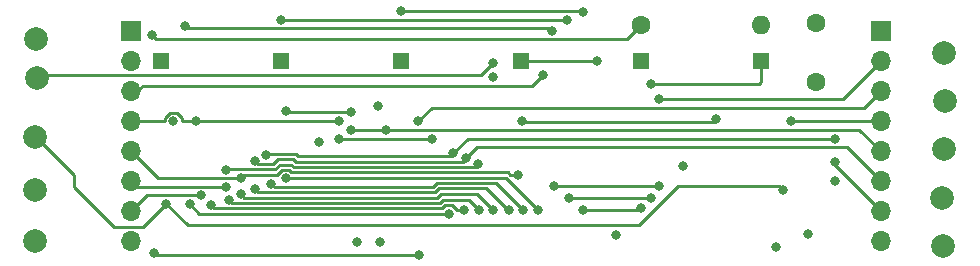
<source format=gbl>
G04 #@! TF.GenerationSoftware,KiCad,Pcbnew,6.0.9-8da3e8f707~116~ubuntu20.04.1*
G04 #@! TF.CreationDate,2022-11-07T18:31:13+00:00*
G04 #@! TF.ProjectId,slrm,736c726d-2e6b-4696-9361-645f70636258,rev?*
G04 #@! TF.SameCoordinates,Original*
G04 #@! TF.FileFunction,Copper,L4,Bot*
G04 #@! TF.FilePolarity,Positive*
%FSLAX46Y46*%
G04 Gerber Fmt 4.6, Leading zero omitted, Abs format (unit mm)*
G04 Created by KiCad (PCBNEW 6.0.9-8da3e8f707~116~ubuntu20.04.1) date 2022-11-07 18:31:13*
%MOMM*%
%LPD*%
G01*
G04 APERTURE LIST*
G04 #@! TA.AperFunction,ComponentPad*
%ADD10C,2.000000*%
G04 #@! TD*
G04 #@! TA.AperFunction,ComponentPad*
%ADD11R,1.350000X1.350000*%
G04 #@! TD*
G04 #@! TA.AperFunction,ComponentPad*
%ADD12C,1.600000*%
G04 #@! TD*
G04 #@! TA.AperFunction,ComponentPad*
%ADD13R,1.700000X1.700000*%
G04 #@! TD*
G04 #@! TA.AperFunction,ComponentPad*
%ADD14O,1.700000X1.700000*%
G04 #@! TD*
G04 #@! TA.AperFunction,ComponentPad*
%ADD15O,1.600000X1.600000*%
G04 #@! TD*
G04 #@! TA.AperFunction,ViaPad*
%ADD16C,0.800000*%
G04 #@! TD*
G04 #@! TA.AperFunction,Conductor*
%ADD17C,0.250000*%
G04 #@! TD*
G04 APERTURE END LIST*
D10*
X188282400Y-88177000D03*
X188307800Y-92291800D03*
X188257000Y-96355800D03*
X188130000Y-104560000D03*
X188079200Y-100470600D03*
X111419400Y-90278400D03*
X111401600Y-87041200D03*
X111300000Y-95296200D03*
X111300000Y-99766600D03*
X111300000Y-104110000D03*
D11*
X121920000Y-88900000D03*
X162560000Y-88900000D03*
D12*
X177400000Y-85690000D03*
X177400000Y-90690000D03*
D11*
X142240000Y-88900000D03*
D13*
X119380000Y-86360000D03*
D14*
X119380000Y-88900000D03*
X119380000Y-91440000D03*
X119380000Y-93980000D03*
X119380000Y-96520000D03*
X119380000Y-99060000D03*
X119380000Y-101600000D03*
X119380000Y-104140000D03*
D12*
X162585400Y-85826600D03*
D15*
X172745400Y-85826600D03*
D13*
X182880000Y-86360000D03*
D14*
X182880000Y-88900000D03*
X182880000Y-91440000D03*
X182880000Y-93980000D03*
X182880000Y-96520000D03*
X182880000Y-99060000D03*
X182880000Y-101600000D03*
X182880000Y-104140000D03*
D11*
X132080000Y-88900000D03*
X172720000Y-88900000D03*
X152400000Y-88900000D03*
D16*
X138585685Y-104205946D03*
X176700000Y-103500000D03*
X140350000Y-92650000D03*
X135320000Y-95750000D03*
X179000000Y-99000000D03*
X174040000Y-104630000D03*
X150100000Y-90200000D03*
X140500000Y-104200000D03*
X123000000Y-93980000D03*
X166180000Y-97780000D03*
X160500000Y-103600000D03*
X121195500Y-86700000D03*
X154300000Y-90100000D03*
X137000000Y-95451000D03*
X144900000Y-95451000D03*
X137000000Y-93980000D03*
X124900000Y-93980000D03*
X128700000Y-98800000D03*
X152200000Y-98500000D03*
X127482600Y-98075500D03*
X148800000Y-97575500D03*
X127500000Y-99524500D03*
X121400000Y-105100000D03*
X125345059Y-100249000D03*
X143800000Y-105300000D03*
X155100000Y-86300000D03*
X124000000Y-85900000D03*
X156300000Y-85400000D03*
X132100000Y-85375500D03*
X157700000Y-84700000D03*
X142300000Y-84675500D03*
X158900000Y-88900000D03*
X162600000Y-101300000D03*
X157700000Y-101500000D03*
X163400000Y-90800000D03*
X156500000Y-100500000D03*
X163400000Y-100500000D03*
X155200000Y-99500000D03*
X164124500Y-99500000D03*
X164124500Y-92100000D03*
X143700000Y-94000000D03*
X175300000Y-94000000D03*
X138000000Y-93192600D03*
X138000000Y-94726500D03*
X132537200Y-93141800D03*
X141000000Y-94726500D03*
X129921000Y-97325500D03*
X147818154Y-97125500D03*
X130885397Y-96875500D03*
X146710400Y-96675500D03*
X179000000Y-97400000D03*
X179000000Y-95450500D03*
X174600000Y-99800000D03*
X122402600Y-100973500D03*
X146300000Y-101800000D03*
X124383800Y-100973500D03*
X126200000Y-101075500D03*
X147600000Y-101500000D03*
X148900000Y-101500000D03*
X127700000Y-100625500D03*
X150100000Y-101500000D03*
X128700000Y-100175500D03*
X129900000Y-99725500D03*
X151400000Y-101500000D03*
X152600000Y-101500000D03*
X131300000Y-99275500D03*
X153900000Y-101500000D03*
X132500000Y-98825500D03*
X168940000Y-93780000D03*
X152560000Y-94001500D03*
X150090000Y-89010000D03*
D17*
X121520500Y-87025000D02*
X121195500Y-86700000D01*
X161387000Y-87025000D02*
X121520500Y-87025000D01*
X161387000Y-87025000D02*
X162585400Y-85826600D01*
X119960000Y-91440000D02*
X120400000Y-91000000D01*
X154300000Y-90100000D02*
X153400000Y-91000000D01*
X153400000Y-91000000D02*
X120400000Y-91000000D01*
X119380000Y-91440000D02*
X119960000Y-91440000D01*
X123300305Y-93255000D02*
X122699695Y-93255000D01*
X137000000Y-93980000D02*
X124900000Y-93980000D01*
X122275000Y-93980000D02*
X119380000Y-93980000D01*
X144900000Y-95451000D02*
X137000000Y-95451000D01*
X123725000Y-93980000D02*
X123725000Y-93679695D01*
X122275000Y-93679695D02*
X122275000Y-93980000D01*
X122699695Y-93255000D02*
X122275000Y-93679695D01*
X124900000Y-93980000D02*
X123725000Y-93980000D01*
X123725000Y-93679695D02*
X123300305Y-93255000D01*
X132199695Y-98100500D02*
X132800305Y-98100500D01*
X132800305Y-98100500D02*
X132999805Y-98300000D01*
X128700000Y-98800000D02*
X129000000Y-98500000D01*
X151536396Y-98500000D02*
X152200000Y-98500000D01*
X132999805Y-98300000D02*
X151336396Y-98300000D01*
X128700000Y-98800000D02*
X121660000Y-98800000D01*
X129000000Y-98500000D02*
X131800195Y-98500000D01*
X121660000Y-98800000D02*
X119380000Y-96520000D01*
X151336396Y-98300000D02*
X151536396Y-98500000D01*
X131800195Y-98500000D02*
X132199695Y-98100500D01*
X119844500Y-99524500D02*
X119380000Y-99060000D01*
X132986701Y-97650500D02*
X133186201Y-97850000D01*
X131613799Y-98050000D02*
X132013299Y-97650500D01*
X133186201Y-97850000D02*
X148525500Y-97850000D01*
X127482600Y-98075500D02*
X127508100Y-98050000D01*
X127500000Y-99524500D02*
X119844500Y-99524500D01*
X148525500Y-97850000D02*
X148800000Y-97575500D01*
X127508100Y-98050000D02*
X131613799Y-98050000D01*
X132013299Y-97650500D02*
X132986701Y-97650500D01*
X120731000Y-100249000D02*
X119380000Y-101600000D01*
X121600000Y-105300000D02*
X121400000Y-105100000D01*
X125345059Y-100249000D02*
X120731000Y-100249000D01*
X143800000Y-105300000D02*
X121600000Y-105300000D01*
X124200000Y-86100000D02*
X154900000Y-86100000D01*
X124000000Y-85900000D02*
X124200000Y-86100000D01*
X154900000Y-86100000D02*
X155100000Y-86300000D01*
X132100000Y-85375500D02*
X132124500Y-85400000D01*
X132124500Y-85400000D02*
X156300000Y-85400000D01*
X142300500Y-84675000D02*
X142300000Y-84675500D01*
X157700000Y-84700000D02*
X157675000Y-84675000D01*
X157675000Y-84675000D02*
X142300500Y-84675000D01*
X158900000Y-88900000D02*
X152400000Y-88900000D01*
X162400000Y-101500000D02*
X162600000Y-101300000D01*
X157700000Y-101500000D02*
X162400000Y-101500000D01*
X172720000Y-88900000D02*
X172720000Y-90680000D01*
X156500000Y-100500000D02*
X163400000Y-100500000D01*
X172600000Y-90800000D02*
X163400000Y-90800000D01*
X172720000Y-90680000D02*
X172600000Y-90800000D01*
X155200000Y-99500000D02*
X164124500Y-99500000D01*
X164124500Y-92100000D02*
X179680000Y-92100000D01*
X182880000Y-88900000D02*
X179680000Y-92100000D01*
X182880000Y-91440000D02*
X181495000Y-92825000D01*
X144875000Y-92825000D02*
X143700000Y-94000000D01*
X181495000Y-92825000D02*
X144875000Y-92825000D01*
X175320000Y-93980000D02*
X175300000Y-94000000D01*
X182880000Y-93980000D02*
X175320000Y-93980000D01*
X182880000Y-96520000D02*
X181086000Y-94726000D01*
X132555400Y-93160000D02*
X137967400Y-93160000D01*
X141000500Y-94726000D02*
X141000000Y-94726500D01*
X132537200Y-93141800D02*
X132555400Y-93160000D01*
X137967400Y-93160000D02*
X138000000Y-93192600D01*
X181086000Y-94726000D02*
X141000500Y-94726000D01*
X141000000Y-94726500D02*
X138000000Y-94726500D01*
X131427403Y-97600000D02*
X131826903Y-97200500D01*
X133372597Y-97400000D02*
X147543654Y-97400000D01*
X129921000Y-97325500D02*
X130195500Y-97600000D01*
X180020000Y-96200000D02*
X182880000Y-99060000D01*
X147818154Y-97125500D02*
X148743654Y-96200000D01*
X131826903Y-97200500D02*
X133173097Y-97200500D01*
X148743654Y-96200000D02*
X180020000Y-96200000D01*
X133173097Y-97200500D02*
X133372597Y-97400000D01*
X130195500Y-97600000D02*
X131427403Y-97600000D01*
X147543654Y-97400000D02*
X147818154Y-97125500D01*
X147935400Y-95450500D02*
X179000000Y-95450500D01*
X146435900Y-96950000D02*
X146710400Y-96675500D01*
X131010397Y-96750500D02*
X133359493Y-96750500D01*
X146710400Y-96675500D02*
X147935400Y-95450500D01*
X130885397Y-96875500D02*
X131010397Y-96750500D01*
X182880000Y-101600000D02*
X179000000Y-97720000D01*
X133558993Y-96950000D02*
X146435900Y-96950000D01*
X133359493Y-96750500D02*
X133558993Y-96950000D01*
X179000000Y-97720000D02*
X179000000Y-97400000D01*
X124229100Y-102800000D02*
X162400000Y-102800000D01*
X117976400Y-102965000D02*
X114579400Y-99568000D01*
X122402600Y-100973500D02*
X124229100Y-102800000D01*
X165725000Y-99475000D02*
X174275000Y-99475000D01*
X174275000Y-99475000D02*
X174600000Y-99800000D01*
X114579400Y-98526600D02*
X111480600Y-95427800D01*
X122402600Y-100973500D02*
X120411100Y-102965000D01*
X162400000Y-102800000D02*
X165725000Y-99475000D01*
X120411100Y-102965000D02*
X117976400Y-102965000D01*
X114579400Y-99568000D02*
X114579400Y-98526600D01*
X124383800Y-100973500D02*
X125210300Y-101800000D01*
X125210300Y-101800000D02*
X146300000Y-101800000D01*
X145999695Y-101075000D02*
X145724695Y-101350000D01*
X145724695Y-101350000D02*
X126474500Y-101350000D01*
X147025000Y-101500000D02*
X147025000Y-101499695D01*
X146600305Y-101075000D02*
X145999695Y-101075000D01*
X126474500Y-101350000D02*
X126200000Y-101075500D01*
X147025000Y-101499695D02*
X146600305Y-101075000D01*
X147600000Y-101500000D02*
X147025000Y-101500000D01*
X127974500Y-100900000D02*
X127700000Y-100625500D01*
X145813299Y-100625000D02*
X145538299Y-100900000D01*
X145538299Y-100900000D02*
X127974500Y-100900000D01*
X148900000Y-101500000D02*
X148025000Y-100625000D01*
X148025000Y-100625000D02*
X145813299Y-100625000D01*
X145351903Y-100450000D02*
X128974500Y-100450000D01*
X145701903Y-100100000D02*
X145351903Y-100450000D01*
X148700000Y-100100000D02*
X145701903Y-100100000D01*
X150100000Y-101500000D02*
X148700000Y-100100000D01*
X128974500Y-100450000D02*
X128700000Y-100175500D01*
X129900000Y-99725500D02*
X130174500Y-100000000D01*
X130174500Y-100000000D02*
X145165507Y-100000000D01*
X149450000Y-99650000D02*
X151300000Y-101500000D01*
X151300000Y-101500000D02*
X151400000Y-101500000D01*
X145515507Y-99650000D02*
X149450000Y-99650000D01*
X145165507Y-100000000D02*
X145515507Y-99650000D01*
X144979111Y-99550000D02*
X145329111Y-99200000D01*
X131574500Y-99550000D02*
X144979111Y-99550000D01*
X131300000Y-99275500D02*
X131574500Y-99550000D01*
X150300000Y-99200000D02*
X152600000Y-101500000D01*
X145329111Y-99200000D02*
X150300000Y-99200000D01*
X151150000Y-98750000D02*
X153900000Y-101500000D01*
X132575500Y-98750000D02*
X151150000Y-98750000D01*
X132500000Y-98825500D02*
X132575500Y-98750000D01*
X152578500Y-94020000D02*
X168700000Y-94020000D01*
X149025000Y-90075000D02*
X111935000Y-90075000D01*
X111935000Y-90075000D02*
X111600000Y-90410000D01*
X168700000Y-94020000D02*
X168940000Y-93780000D01*
X150090000Y-89010000D02*
X149025000Y-90075000D01*
X152560000Y-94001500D02*
X152578500Y-94020000D01*
M02*

</source>
